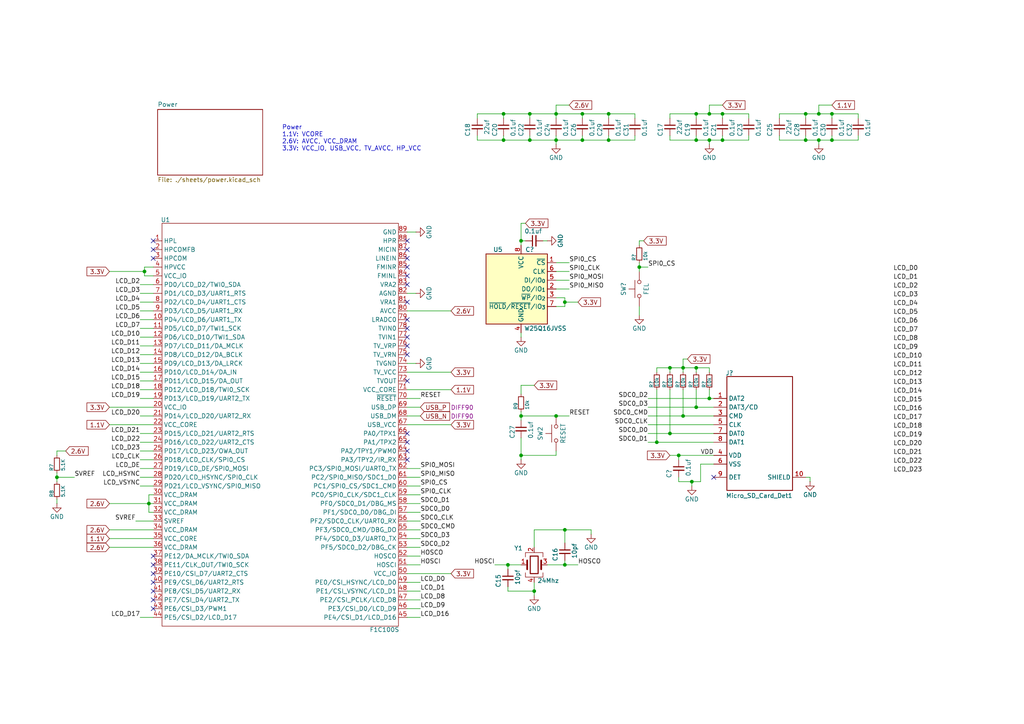
<source format=kicad_sch>
(kicad_sch (version 20250114) (generator "eeschema") (generator_version "9.0")
  (paper "A4")
  (title_block (title "Dev Board F1C100s") (date "2025-07-13") (rev "2.0") (company "ssDhp"))
  (lib_symbols
    (symbol "Device:C_Small" (pin_numbers (hide yes)) (pin_names (offset 0.254) (hide yes))
      (property "Reference" "C" (at 0.254 1.778 0))
      (property "Value" "C_Small" (at 0.254 -2.032 0))
      (symbol "C_Small_0_1"
        (polyline (pts (xy -1.524 0.508) (xy 1.524 0.508)) (stroke (width 0.3048)))
        (polyline (pts (xy -1.524 -0.508) (xy 1.524 -0.508)) (stroke (width 0.3302)))
      )
      (symbol "C_Small_1_1"
        (pin passive line (at 0 2.54 270) (length 2.032) (name "~") (number "1"))
        (pin passive line (at 0 -2.54 90) (length 2.032) (name "~") (number "2"))
      )
    )
    (symbol "Device:Crystal_GND24" (pin_names (offset 1.016) (hide yes))
      (property "Reference" "Y" (at 3.175 5.08 0))
      (property "Value" "Crystal_GND24" (at 3.175 3.175 0))
      (symbol "Crystal_GND24_0_1"
        (polyline (pts (xy -2.54 2.286) (xy -2.54 3.556) (xy 2.54 3.556) (xy 2.54 2.286)))
        (polyline (pts (xy -2.54 0) (xy -2.032 0)))
        (polyline (pts (xy -2.54 -2.286) (xy -2.54 -3.556) (xy 2.54 -3.556) (xy 2.54 -2.286)))
        (polyline (pts (xy -2.032 -1.27) (xy -2.032 1.27)) (stroke (width 0.508)))
        (rectangle (start -1.143 2.54) (end 1.143 -2.54) (stroke (width 0.3048)))
        (polyline (pts (xy 0 3.556) (xy 0 3.81)))
        (polyline (pts (xy 0 -3.81) (xy 0 -3.556)))
        (polyline (pts (xy 2.032 0) (xy 2.54 0)))
        (polyline (pts (xy 2.032 -1.27) (xy 2.032 1.27)) (stroke (width 0.508)))
      )
      (symbol "Crystal_GND24_1_1"
        (pin passive line (at -3.81 0 0) (length 1.27) (name "1") (number "1"))
        (pin passive line (at 0 5.08 270) (length 1.27) (name "2") (number "2"))
        (pin passive line (at 0 -5.08 90) (length 1.27) (name "4") (number "4"))
        (pin passive line (at 3.81 0 180) (length 1.27) (name "3") (number "3"))
      )
    )
    (symbol "Device:R_Small" (pin_numbers (hide yes)) (pin_names (offset 0.254) (hide yes))
      (property "Reference" "R" (at 0 0 90))
      (property "Value" "R_Small" (at 1.778 0 90))
      (symbol "R_Small_0_1"
        (rectangle (start -0.762 1.778) (end 0.762 -1.778) (stroke (width 0.2032)))
      )
      (symbol "R_Small_1_1"
        (pin passive line (at 0 2.54 270) (length 0.762) (name "~") (number "1"))
        (pin passive line (at 0 -2.54 90) (length 0.762) (name "~") (number "2"))
      )
    )
    (symbol "F1C100s:F1C100S"
      (property "Reference" "U" (at 0.508 117.856 0))
      (property "Value" "F1C100S" (at 64.262 -1.016 0))
      (symbol "F1C100S_0_0"
        (pin unspecified line (at 71.12 45.72 180) (length 2.54) (name "PC3/SPI0_MOSI/UART0_TX") (number "62"))
        (pin unspecified line (at 71.12 43.18 180) (length 2.54) (name "PC2/SPI0_MISO/SDC1_D0") (number "61"))
        (pin unspecified line (at 71.12 40.64 180) (length 2.54) (name "PC1/SPI0_CS/SDC1_CMD") (number "60"))
        (pin unspecified line (at 71.12 38.1 180) (length 2.54) (name "PC0/SPI0_CLK/SDC1_CLK") (number "59"))
      )
      (symbol "F1C100S_0_1"
        (rectangle (start 0 116.84) (end 68.58 0))
      )
      (symbol "F1C100S_1_0"
        (pin unspecified line (at -2.54 111.76 0) (length 2.54) (name "HPL") (number "1"))
        (pin unspecified line (at -2.54 109.22 0) (length 2.54) (name "HPCOMFB") (number "2"))
        (pin power_in line (at -2.54 106.68 0) (length 2.54) (name "HPCOM") (number "3"))
        (pin power_in line (at -2.54 104.14 0) (length 2.54) (name "HPVCC") (number "4"))
        (pin power_in line (at 71.12 114.3 180) (length 2.54) (name "GND") (number "89"))
        (pin unspecified line (at 71.12 63.5 180) (length 2.54) (name "USB_DP") (number "69"))
        (pin unspecified line (at 71.12 60.96 180) (length 2.54) (name "USB_DM") (number "68"))
        (pin power_in line (at 71.12 58.42 180) (length 2.54) (name "USB_VCC") (number "67"))
      )
      (symbol "F1C100S_1_1"
        (pin power_in line (at -2.54 101.6 0) (length 2.54) (name "VCC_IO") (number "5"))
        (pin unspecified line (at -2.54 99.06 0) (length 2.54) (name "PD0/LCD_D2/TWI0_SDA") (number "6"))
        (pin unspecified line (at -2.54 96.52 0) (length 2.54) (name "PD1/LCD_D3/UART1_RTS") (number "7"))
        (pin unspecified line (at -2.54 93.98 0) (length 2.54) (name "PD2/LCD_D4/UART1_CTS") (number "8"))
        (pin unspecified line (at -2.54 91.44 0) (length 2.54) (name "PD3/LCD_D5/UART1_RX") (number "9"))
        (pin unspecified line (at -2.54 88.9 0) (length 2.54) (name "PD4/LCD_D6/UART1_TX") (number "10"))
        (pin unspecified line (at -2.54 86.36 0) (length 2.54) (name "PD5/LCD_D7/TWI1_SCK") (number "11"))
        (pin unspecified line (at -2.54 83.82 0) (length 2.54) (name "PD6/LCD_D10/TWI1_SDA") (number "12"))
        (pin unspecified line (at -2.54 81.28 0) (length 2.54) (name "PD7/LCD_D11/DA_MCLK") (number "13"))
        (pin unspecified line (at -2.54 78.74 0) (length 2.54) (name "PD8/LCD_D12/DA_BCLK") (number "14"))
        (pin unspecified line (at -2.54 76.2 0) (length 2.54) (name "PD9/LCD_D13/DA_LRCK") (number "15"))
        (pin unspecified line (at -2.54 73.66 0) (length 2.54) (name "PD10/LCD_D14/DA_IN") (number "16"))
        (pin unspecified line (at -2.54 71.12 0) (length 2.54) (name "PD11/LCD_D15/DA_OUT") (number "17"))
        (pin unspecified line (at -2.54 68.58 0) (length 2.54) (name "PD12/LCD_D18/TWI0_SCK") (number "18"))
        (pin unspecified line (at -2.54 66.04 0) (length 2.54) (name "PD13/LCD_D19/UART2_TX") (number "19"))
        (pin power_in line (at -2.54 63.5 0) (length 2.54) (name "VCC_IO") (number "20"))
        (pin unspecified line (at -2.54 60.96 0) (length 2.54) (name "PD14/LCD_D20/UART2_RX") (number "21"))
        (pin power_in line (at -2.54 58.42 0) (length 2.54) (name "VCC_CORE") (number "22"))
        (pin unspecified line (at -2.54 55.88 0) (length 2.54) (name "PD15/LCD_D21/UART2_RTS") (number "23"))
        (pin unspecified line (at -2.54 53.34 0) (length 2.54) (name "PD16/LCD_D22/UART2_CTS") (number "24"))
        (pin unspecified line (at -2.54 50.8 0) (length 2.54) (name "PD17/LCD_D23/OWA_OUT") (number "25"))
        (pin unspecified line (at -2.54 48.26 0) (length 2.54) (name "PD18/LCD_CLK/SPI0_CS") (number "26"))
        (pin unspecified line (at -2.54 45.72 0) (length 2.54) (name "PD19/LCD_DE/SPI0_MOSI") (number "27"))
        (pin unspecified line (at -2.54 43.18 0) (length 2.54) (name "PD20/LCD_HSYNC/SPI0_CLK") (number "28"))
        (pin unspecified line (at -2.54 40.64 0) (length 2.54) (name "PD21/LCD_VSYNC/SPI0_MISO") (number "29"))
        (pin power_in line (at -2.54 38.1 0) (length 2.54) (name "VCC_DRAM") (number "30"))
        (pin power_in line (at -2.54 35.56 0) (length 2.54) (name "VCC_DRAM") (number "31"))
        (pin power_in line (at -2.54 33.02 0) (length 2.54) (name "VCC_DRAM") (number "32"))
        (pin input line (at -2.54 30.48 0) (length 2.54) (name "SVREF") (number "33"))
        (pin power_in line (at -2.54 27.94 0) (length 2.54) (name "VCC_DRAM") (number "34"))
        (pin power_in line (at -2.54 25.4 0) (length 2.54) (name "VCC_CORE") (number "35"))
        (pin power_in line (at -2.54 22.86 0) (length 2.54) (name "VCC_DRAM") (number "36"))
        (pin unspecified line (at -2.54 20.32 0) (length 2.54) (name "PE12/DA_MCLK/TWI0_SDA") (number "37"))
        (pin unspecified line (at -2.54 17.78 0) (length 2.54) (name "PE11/CLK_OUT/TWI0_SCK") (number "38"))
        (pin unspecified line (at -2.54 15.24 0) (length 2.54) (name "PE10/CSI_D7/UART2_CTS") (number "39"))
        (pin unspecified line (at -2.54 12.7 0) (length 2.54) (name "PE9/CSI_D6/UART2_RTS") (number "40"))
        (pin unspecified line (at -2.54 10.16 0) (length 2.54) (name "PE8/CSI_D5/UART2_RX") (number "41"))
        (pin unspecified line (at -2.54 7.62 0) (length 2.54) (name "PE7/CSI_D4/UART2_TX") (number "42"))
        (pin unspecified line (at -2.54 5.08 0) (length 2.54) (name "PE6/CSI_D3/PWM1") (number "43"))
        (pin unspecified line (at -2.54 2.54 0) (length 2.54) (name "PE5/CSI_D2/LCD_D17") (number "44"))
        (pin unspecified line (at 71.12 111.76 180) (length 2.54) (name "HPR") (number "88"))
        (pin unspecified line (at 71.12 109.22 180) (length 2.54) (name "MICIN") (number "87"))
        (pin unspecified line (at 71.12 106.68 180) (length 2.54) (name "LINEIN") (number "86"))
        (pin unspecified line (at 71.12 104.14 180) (length 2.54) (name "FMINR") (number "85"))
        (pin unspecified line (at 71.12 101.6 180) (length 2.54) (name "FMINL") (number "84"))
        (pin unspecified line (at 71.12 99.06 180) (length 2.54) (name "VRA2") (number "83"))
        (pin power_in line (at 71.12 96.52 180) (length 2.54) (name "AGND") (number "82"))
        (pin unspecified line (at 71.12 93.98 180) (length 2.54) (name "VRA1") (number "81"))
        (pin power_in line (at 71.12 91.44 180) (length 2.54) (name "AVCC") (number "80"))
        (pin unspecified line (at 71.12 88.9 180) (length 2.54) (name "LRADC0") (number "79"))
        (pin unspecified line (at 71.12 86.36 180) (length 2.54) (name "TVIN0") (number "78"))
        (pin unspecified line (at 71.12 83.82 180) (length 2.54) (name "TVIN1") (number "77"))
        (pin unspecified line (at 71.12 81.28 180) (length 2.54) (name "TV_VRP") (number "76"))
        (pin unspecified line (at 71.12 78.74 180) (length 2.54) (name "TV_VRN") (number "75"))
        (pin power_in line (at 71.12 76.2 180) (length 2.54) (name "TVGND") (number "74"))
        (pin power_in line (at 71.12 73.66 180) (length 2.54) (name "TV_VCC") (number "73"))
        (pin unspecified line (at 71.12 71.12 180) (length 2.54) (name "TVOUT") (number "72"))
        (pin power_in line (at 71.12 68.58 180) (length 2.54) (name "VCC_CORE") (number "71"))
        (pin input line (at 71.12 66.04 180) (length 2.54) (name "~{RESET}") (number "70"))
        (pin unspecified line (at 71.12 55.88 180) (length 2.54) (name "PA0/TPX1") (number "66"))
        (pin unspecified line (at 71.12 53.34 180) (length 2.54) (name "PA1/TPX2") (number "65"))
        (pin unspecified line (at 71.12 50.8 180) (length 2.54) (name "PA2/TPY1/PWM0") (number "64"))
        (pin unspecified line (at 71.12 48.26 180) (length 2.54) (name "PA3/TPY2/IR_RX") (number "63"))
        (pin unspecified line (at 71.12 35.56 180) (length 2.54) (name "PF0/SDC0_D1/DBG_MS") (number "58"))
        (pin unspecified line (at 71.12 33.02 180) (length 2.54) (name "PF1/SDC0_D0/DBG_DI") (number "57"))
        (pin unspecified line (at 71.12 30.48 180) (length 2.54) (name "PF2/SDC0_CLK/UART0_RX") (number "56"))
        (pin unspecified line (at 71.12 27.94 180) (length 2.54) (name "PF3/SDC0_CMD/DBG_DO") (number "55"))
        (pin unspecified line (at 71.12 25.4 180) (length 2.54) (name "PF4/SDC0_D3/UART0_TX") (number "54"))
        (pin unspecified line (at 71.12 22.86 180) (length 2.54) (name "PF5/SDC0_D2/DBG_CK") (number "53"))
        (pin unspecified line (at 71.12 20.32 180) (length 2.54) (name "HOSCO") (number "52"))
        (pin unspecified line (at 71.12 17.78 180) (length 2.54) (name "HOSCI") (number "51"))
        (pin power_in line (at 71.12 15.24 180) (length 2.54) (name "VCC_IO") (number "50"))
        (pin unspecified line (at 71.12 12.7 180) (length 2.54) (name "PE0/CSI_HSYNC/LCD_D0") (number "49"))
        (pin unspecified line (at 71.12 10.16 180) (length 2.54) (name "PE1/CSI_VSYNC/LCD_D1") (number "48"))
        (pin unspecified line (at 71.12 7.62 180) (length 2.54) (name "PE2/CSI_PCLK/LCD_D8") (number "47"))
        (pin unspecified line (at 71.12 5.08 180) (length 2.54) (name "PE3/CSI_D0/LCD_D9") (number "46"))
        (pin unspecified line (at 71.12 2.54 180) (length 2.54) (name "PE4/CSI_D1/LCD_D16") (number "45"))
      )
    )
    (symbol "Memory_Flash:W25Q16JVSS"
      (property "Reference" "U" (at -6.35 11.43 0))
      (property "Value" "W25Q16JVSS" (at 7.62 11.43 0))
      (symbol "W25Q16JVSS_0_1"
        (rectangle (start -7.62 10.16) (end 10.16 -10.16) (stroke (width 0.254)) (fill (type background)))
      )
      (symbol "W25Q16JVSS_1_1"
        (pin input line (at -10.16 7.62 0) (length 2.54) (name "~{CS}") (number "1"))
        (pin input line (at -10.16 5.08 0) (length 2.54) (name "CLK") (number "6"))
        (pin bidirectional line (at -10.16 2.54 0) (length 2.54) (name "DI/IO_{0}") (number "5"))
        (pin bidirectional line (at -10.16 0 0) (length 2.54) (name "DO/IO_{1}") (number "2"))
        (pin bidirectional line (at -10.16 -2.54 0) (length 2.54) (name "~{WP}/IO_{2}") (number "3"))
        (pin bidirectional line (at -10.16 -5.08 0) (length 2.54) (name "~{HOLD}/~{RESET}/IO_{3}") (number "7"))
        (pin power_in line (at 0 12.7 270) (length 2.54) (name "VCC") (number "8"))
        (pin power_in line (at 0 -12.7 90) (length 2.54) (name "GND") (number "4"))
      )
    )
    (symbol "Switch:SW_Push" (pin_numbers (hide yes)) (pin_names (offset 1.016) (hide yes))
      (property "Reference" "SW" (at 1.27 2.54 0))
      (property "Value" "SW_Push" (at 0 -1.524 0))
      (symbol "SW_Push_0_1"
        (circle (center -2.032 0) (radius 0.508))
        (polyline (pts (xy 0 1.27) (xy 0 3.048)))
        (circle (center 2.032 0) (radius 0.508))
        (polyline (pts (xy 2.54 1.27) (xy -2.54 1.27)))
        (pin passive line (at -5.08 0 0) (length 2.54) (name "1") (number "1"))
        (pin passive line (at 5.08 0 180) (length 2.54) (name "2") (number "2"))
      )
    )
    (symbol "power:GND" (power) (pin_numbers (hide yes)) (pin_names (offset 0) (hide yes))
      (property "Value" "GND" (at 0 -3.81 0))
      (symbol "GND_0_1"
        (polyline (pts (xy 0 0) (xy 0 -1.27) (xy 1.27 -1.27) (xy 0 -2.54) (xy -1.27 -1.27) (xy 0 -1.27)))
      )
      (symbol "GND_1_1"
        (pin power_in line (at 0 0 270) (length 0) (name "~") (number "1"))
      )
    )
    (symbol "sd_card:Micro_SD_Card_Det1"
      (property "Reference" "J107" (at 2.286 34.036 0))
      (property "Value" "Micro_SD_Card_Det1" (at 10.16 -1.27 0))
      (symbol "Micro_SD_Card_Det1_0_1"
        (polyline (pts (xy 0 33.02) (xy 0 0) (xy 19.05 0) (xy 19.05 33.02) (xy 0 33.02)) (stroke (width 0.254)))
      )
      (symbol "Micro_SD_Card_Det1_1_1"
        (pin bidirectional line (at -3.81 26.67 0) (length 3.81) (name "DAT2") (number "1"))
        (pin bidirectional line (at -3.81 24.13 0) (length 3.81) (name "DAT3/CD") (number "2"))
        (pin input line (at -3.81 21.59 0) (length 3.81) (name "CMD") (number "3"))
        (pin input line (at -3.81 19.05 0) (length 3.81) (name "CLK") (number "5"))
        (pin bidirectional line (at -3.81 16.51 0) (length 3.81) (name "DAT0") (number "7"))
        (pin bidirectional line (at -3.81 13.97 0) (length 3.81) (name "DAT1") (number "8"))
        (pin power_in line (at -3.81 10.16 0) (length 3.81) (name "VDD") (number "4"))
        (pin power_in line (at -3.81 7.62 0) (length 3.81) (name "VSS") (number "6"))
        (pin passive line (at -3.81 3.81 0) (length 3.81) (name "DET") (number "9"))
        (pin passive line (at 22.86 3.81 180) (length 3.81) (name "SHIELD") (number "10"))
      )
    )
  )
  (text "Power\n1.1V: VCORE\n2.6V: AVCC, VCC_DRAM\n3.3V: VCC_IO, USB_VCC, TV_AVCC, HP_VCC" (at 81.788 40.132 0) (effects (font (size 1.27 1.27)) (justify left)))
  (junction (at 16.51 138.43))
  (junction (at 233.68 40.64))
  (junction (at 194.31 125.73))
  (junction (at 198.12 106.68))
  (junction (at 41.91 78.74))
  (junction (at 153.67 40.64))
  (junction (at 161.29 33.02))
  (junction (at 163.83 163.83))
  (junction (at 237.49 33.02))
  (junction (at 241.3 40.64))
  (junction (at 233.68 33.02))
  (junction (at 205.74 33.02))
  (junction (at 168.91 33.02))
  (junction (at 237.49 40.64))
  (junction (at 151.13 132.08))
  (junction (at 190.5 128.27))
  (junction (at 151.13 120.65))
  (junction (at 151.13 69.85))
  (junction (at 205.74 115.57))
  (junction (at 153.67 33.02))
  (junction (at 200.66 139.7))
  (junction (at 154.94 171.45))
  (junction (at 176.53 33.02))
  (junction (at 147.32 163.83))
  (junction (at 168.91 40.64))
  (junction (at 43.18 146.05))
  (junction (at 198.12 120.65))
  (junction (at 163.83 153.67))
  (junction (at 201.93 33.02))
  (junction (at 201.93 40.64))
  (junction (at 209.55 33.02))
  (junction (at 241.3 33.02))
  (junction (at 201.93 118.11))
  (junction (at 161.29 120.65))
  (junction (at 146.05 40.64))
  (junction (at 196.85 132.08))
  (junction (at 185.42 77.47))
  (junction (at 176.53 40.64))
  (junction (at 194.31 106.68))
  (junction (at 209.55 40.64))
  (junction (at 205.74 40.64))
  (junction (at 161.29 40.64))
  (junction (at 201.93 106.68))
  (junction (at 146.05 33.02))
  (junction (at 163.83 87.63))
  (no_connect (at 44.45 168.91))
  (no_connect (at 44.45 161.29))
  (no_connect (at 118.11 87.63))
  (no_connect (at 44.45 166.37))
  (no_connect (at 118.11 82.55))
  (no_connect (at 207.01 138.43))
  (no_connect (at 44.45 72.39))
  (no_connect (at 118.11 128.27))
  (no_connect (at 118.11 102.87))
  (no_connect (at 44.45 176.53))
  (no_connect (at 118.11 74.93))
  (no_connect (at 118.11 133.35))
  (no_connect (at 44.45 69.85))
  (no_connect (at 118.11 130.81))
  (no_connect (at 44.45 163.83))
  (no_connect (at 44.45 171.45))
  (no_connect (at 118.11 77.47))
  (no_connect (at 44.45 173.99))
  (no_connect (at 118.11 80.01))
  (no_connect (at 118.11 100.33))
  (no_connect (at 118.11 110.49))
  (no_connect (at 44.45 74.93))
  (no_connect (at 118.11 92.71))
  (no_connect (at 118.11 97.79))
  (no_connect (at 118.11 72.39))
  (no_connect (at 118.11 69.85))
  (no_connect (at 118.11 95.25))
  (no_connect (at 118.11 125.73))
  (wire (pts (xy 237.49 30.48) (xy 237.49 33.02)))
  (wire (pts (xy 138.43 39.37) (xy 138.43 40.64)))
  (wire (pts (xy 43.18 146.05) (xy 43.18 148.59)))
  (wire (pts (xy 203.2 134.62) (xy 207.01 134.62)))
  (wire (pts (xy 201.93 39.37) (xy 201.93 40.64)))
  (wire (pts (xy 118.11 135.89) (xy 121.92 135.89)))
  (wire (pts (xy 248.92 40.64) (xy 248.92 39.37)))
  (wire (pts (xy 118.11 153.67) (xy 121.92 153.67)))
  (wire (pts (xy 118.11 156.21) (xy 121.92 156.21)))
  (wire (pts (xy 190.5 128.27) (xy 187.96 128.27)))
  (wire (pts (xy 198.12 106.68) (xy 201.93 106.68)))
  (wire (pts (xy 176.53 33.02) (xy 184.15 33.02)))
  (wire (pts (xy 161.29 30.48) (xy 165.1 30.48)))
  (wire (pts (xy 201.93 33.02) (xy 201.93 34.29)))
  (wire (pts (xy 146.05 33.02) (xy 146.05 34.29)))
  (wire (pts (xy 16.51 144.78) (xy 16.51 146.05)))
  (wire (pts (xy 196.85 139.7) (xy 196.85 138.43)))
  (wire (pts (xy 118.11 85.09) (xy 120.65 85.09)))
  (wire (pts (xy 198.12 120.65) (xy 187.96 120.65)))
  (wire (pts (xy 138.43 34.29) (xy 138.43 33.02)))
  (wire (pts (xy 16.51 138.43) (xy 21.59 138.43)))
  (wire (pts (xy 41.91 80.01) (xy 44.45 80.01)))
  (wire (pts (xy 147.32 163.83) (xy 147.32 165.1)))
  (wire (pts (xy 44.45 107.95) (xy 40.64 107.95)))
  (wire (pts (xy 151.13 69.85) (xy 152.4 69.85)))
  (wire (pts (xy 233.68 40.64) (xy 237.49 40.64)))
  (wire (pts (xy 201.93 106.68) (xy 205.74 106.68)))
  (wire (pts (xy 151.13 119.38) (xy 151.13 120.65)))
  (wire (pts (xy 118.11 161.29) (xy 121.92 161.29)))
  (wire (pts (xy 201.93 113.03) (xy 201.93 118.11)))
  (wire (pts (xy 163.83 163.83) (xy 167.64 163.83)))
  (wire (pts (xy 44.45 102.87) (xy 40.64 102.87)))
  (wire (pts (xy 153.67 33.02) (xy 153.67 34.29)))
  (wire (pts (xy 151.13 96.52) (xy 151.13 97.79)))
  (wire (pts (xy 44.45 85.09) (xy 40.64 85.09)))
  (wire (pts (xy 118.11 171.45) (xy 121.92 171.45)))
  (wire (pts (xy 154.94 168.91) (xy 154.94 171.45)))
  (wire (pts (xy 194.31 125.73) (xy 187.96 125.73)))
  (wire (pts (xy 248.92 33.02) (xy 248.92 34.29)))
  (wire (pts (xy 143.51 163.83) (xy 147.32 163.83)))
  (wire (pts (xy 44.45 92.71) (xy 40.64 92.71)))
  (wire (pts (xy 241.3 39.37) (xy 241.3 40.64)))
  (wire (pts (xy 234.95 138.43) (xy 234.95 139.7)))
  (wire (pts (xy 185.42 88.9) (xy 185.42 91.44)))
  (wire (pts (xy 153.67 40.64) (xy 161.29 40.64)))
  (wire (pts (xy 205.74 40.64) (xy 205.74 41.91)))
  (wire (pts (xy 201.93 118.11) (xy 187.96 118.11)))
  (wire (pts (xy 203.2 139.7) (xy 203.2 134.62)))
  (wire (pts (xy 118.11 105.41) (xy 120.65 105.41)))
  (wire (pts (xy 161.29 40.64) (xy 161.29 41.91)))
  (wire (pts (xy 190.5 106.68) (xy 194.31 106.68)))
  (wire (pts (xy 161.29 83.82) (xy 165.1 83.82)))
  (wire (pts (xy 161.29 130.81) (xy 161.29 132.08)))
  (wire (pts (xy 196.85 132.08) (xy 196.85 133.35)))
  (wire (pts (xy 201.93 106.68) (xy 201.93 107.95)))
  (wire (pts (xy 118.11 140.97) (xy 121.92 140.97)))
  (wire (pts (xy 163.83 153.67) (xy 163.83 157.48)))
  (wire (pts (xy 241.3 33.02) (xy 241.3 34.29)))
  (wire (pts (xy 185.42 69.85) (xy 185.42 71.12)))
  (wire (pts (xy 176.53 40.64) (xy 176.53 39.37)))
  (wire (pts (xy 44.45 151.13) (xy 39.37 151.13)))
  (wire (pts (xy 200.66 139.7) (xy 203.2 139.7)))
  (wire (pts (xy 233.68 39.37) (xy 233.68 40.64)))
  (wire (pts (xy 185.42 77.47) (xy 185.42 78.74)))
  (wire (pts (xy 176.53 40.64) (xy 184.15 40.64)))
  (wire (pts (xy 44.45 133.35) (xy 40.64 133.35)))
  (wire (pts (xy 44.45 143.51) (xy 43.18 143.51)))
  (wire (pts (xy 194.31 106.68) (xy 194.31 107.95)))
  (wire (pts (xy 194.31 132.08) (xy 196.85 132.08)))
  (wire (pts (xy 168.91 33.02) (xy 176.53 33.02)))
  (wire (pts (xy 226.06 40.64) (xy 233.68 40.64)))
  (wire (pts (xy 198.12 106.68) (xy 198.12 107.95)))
  (wire (pts (xy 151.13 111.76) (xy 154.94 111.76)))
  (wire (pts (xy 151.13 64.77) (xy 152.4 64.77)))
  (wire (pts (xy 237.49 33.02) (xy 241.3 33.02)))
  (wire (pts (xy 146.05 40.64) (xy 153.67 40.64)))
  (wire (pts (xy 209.55 40.64) (xy 217.17 40.64)))
  (wire (pts (xy 190.5 107.95) (xy 190.5 106.68)))
  (wire (pts (xy 41.91 78.74) (xy 41.91 80.01)))
  (wire (pts (xy 151.13 127) (xy 151.13 132.08)))
  (wire (pts (xy 226.06 33.02) (xy 233.68 33.02)))
  (wire (pts (xy 44.45 115.57) (xy 40.64 115.57)))
  (wire (pts (xy 168.91 33.02) (xy 168.91 34.29)))
  (wire (pts (xy 151.13 64.77) (xy 151.13 69.85)))
  (wire (pts (xy 154.94 158.75) (xy 154.94 153.67)))
  (wire (pts (xy 44.45 97.79) (xy 40.64 97.79)))
  (wire (pts (xy 161.29 78.74) (xy 165.1 78.74)))
  (wire (pts (xy 44.45 113.03) (xy 40.64 113.03)))
  (wire (pts (xy 44.45 82.55) (xy 40.64 82.55)))
  (wire (pts (xy 31.75 118.11) (xy 44.45 118.11)))
  (wire (pts (xy 161.29 33.02) (xy 168.91 33.02)))
  (wire (pts (xy 44.45 110.49) (xy 40.64 110.49)))
  (wire (pts (xy 237.49 40.64) (xy 237.49 41.91)))
  (wire (pts (xy 138.43 40.64) (xy 146.05 40.64)))
  (wire (pts (xy 44.45 138.43) (xy 40.64 138.43)))
  (wire (pts (xy 130.81 166.37) (xy 118.11 166.37)))
  (wire (pts (xy 194.31 33.02) (xy 201.93 33.02)))
  (wire (pts (xy 161.29 30.48) (xy 161.29 33.02)))
  (wire (pts (xy 205.74 30.48) (xy 205.74 33.02)))
  (wire (pts (xy 147.32 170.18) (xy 147.32 171.45)))
  (wire (pts (xy 151.13 69.85) (xy 151.13 71.12)))
  (wire (pts (xy 209.55 33.02) (xy 209.55 34.29)))
  (wire (pts (xy 151.13 132.08) (xy 161.29 132.08)))
  (wire (pts (xy 118.11 158.75) (xy 121.92 158.75)))
  (wire (pts (xy 184.15 33.02) (xy 184.15 34.29)))
  (wire (pts (xy 118.11 118.11) (xy 121.92 118.11)))
  (wire (pts (xy 198.12 113.03) (xy 198.12 120.65)))
  (wire (pts (xy 44.45 120.65) (xy 40.64 120.65)))
  (wire (pts (xy 31.75 123.19) (xy 44.45 123.19)))
  (wire (pts (xy 44.45 135.89) (xy 40.64 135.89)))
  (wire (pts (xy 161.29 40.64) (xy 168.91 40.64)))
  (wire (pts (xy 194.31 40.64) (xy 201.93 40.64)))
  (wire (pts (xy 171.45 153.67) (xy 171.45 154.94)))
  (wire (pts (xy 44.45 128.27) (xy 40.64 128.27)))
  (wire (pts (xy 168.91 39.37) (xy 168.91 40.64)))
  (wire (pts (xy 226.06 34.29) (xy 226.06 33.02)))
  (wire (pts (xy 205.74 30.48) (xy 209.55 30.48)))
  (wire (pts (xy 184.15 40.64) (xy 184.15 39.37)))
  (wire (pts (xy 205.74 113.03) (xy 205.74 115.57)))
  (wire (pts (xy 44.45 100.33) (xy 40.64 100.33)))
  (wire (pts (xy 44.45 95.25) (xy 40.64 95.25)))
  (wire (pts (xy 153.67 33.02) (xy 161.29 33.02)))
  (wire (pts (xy 161.29 81.28) (xy 165.1 81.28)))
  (wire (pts (xy 130.81 113.03) (xy 118.11 113.03)))
  (wire (pts (xy 43.18 148.59) (xy 44.45 148.59)))
  (wire (pts (xy 146.05 33.02) (xy 153.67 33.02)))
  (wire (pts (xy 226.06 39.37) (xy 226.06 40.64)))
  (wire (pts (xy 44.45 87.63) (xy 40.64 87.63)))
  (wire (pts (xy 205.74 40.64) (xy 209.55 40.64)))
  (wire (pts (xy 118.11 173.99) (xy 121.92 173.99)))
  (wire (pts (xy 165.1 120.65) (xy 161.29 120.65)))
  (wire (pts (xy 201.93 40.64) (xy 205.74 40.64)))
  (wire (pts (xy 41.91 77.47) (xy 41.91 78.74)))
  (wire (pts (xy 44.45 179.07) (xy 40.64 179.07)))
  (wire (pts (xy 163.83 87.63) (xy 163.83 88.9)))
  (wire (pts (xy 241.3 40.64) (xy 248.92 40.64)))
  (wire (pts (xy 43.18 146.05) (xy 44.45 146.05)))
  (wire (pts (xy 168.91 40.64) (xy 176.53 40.64)))
  (wire (pts (xy 16.51 132.08) (xy 16.51 130.81)))
  (wire (pts (xy 237.49 40.64) (xy 241.3 40.64)))
  (wire (pts (xy 185.42 76.2) (xy 185.42 77.47)))
  (wire (pts (xy 147.32 163.83) (xy 151.13 163.83)))
  (wire (pts (xy 207.01 118.11) (xy 201.93 118.11)))
  (wire (pts (xy 151.13 111.76) (xy 151.13 114.3)))
  (wire (pts (xy 161.29 33.02) (xy 161.29 34.29)))
  (wire (pts (xy 147.32 171.45) (xy 154.94 171.45)))
  (wire (pts (xy 151.13 132.08) (xy 151.13 133.35)))
  (wire (pts (xy 209.55 39.37) (xy 209.55 40.64)))
  (wire (pts (xy 118.11 120.65) (xy 121.92 120.65)))
  (wire (pts (xy 185.42 69.85) (xy 186.69 69.85)))
  (wire (pts (xy 44.45 125.73) (xy 40.64 125.73)))
  (wire (pts (xy 163.83 88.9) (xy 161.29 88.9)))
  (wire (pts (xy 16.51 130.81) (xy 19.05 130.81)))
  (wire (pts (xy 194.31 39.37) (xy 194.31 40.64)))
  (wire (pts (xy 154.94 153.67) (xy 163.83 153.67)))
  (wire (pts (xy 130.81 90.17) (xy 118.11 90.17)))
  (wire (pts (xy 138.43 33.02) (xy 146.05 33.02)))
  (wire (pts (xy 118.11 168.91) (xy 121.92 168.91)))
  (wire (pts (xy 185.42 77.47) (xy 187.96 77.47)))
  (wire (pts (xy 121.92 163.83) (xy 118.11 163.83)))
  (wire (pts (xy 163.83 153.67) (xy 171.45 153.67)))
  (wire (pts (xy 118.11 67.31) (xy 120.65 67.31)))
  (wire (pts (xy 31.75 146.05) (xy 43.18 146.05)))
  (wire (pts (xy 201.93 33.02) (xy 205.74 33.02)))
  (wire (pts (xy 118.11 138.43) (xy 121.92 138.43)))
  (wire (pts (xy 198.12 104.14) (xy 198.12 106.68)))
  (wire (pts (xy 205.74 115.57) (xy 187.96 115.57)))
  (wire (pts (xy 130.81 107.95) (xy 118.11 107.95)))
  (wire (pts (xy 233.68 33.02) (xy 237.49 33.02)))
  (wire (pts (xy 187.96 123.19) (xy 207.01 123.19)))
  (wire (pts (xy 234.95 138.43) (xy 233.68 138.43)))
  (wire (pts (xy 207.01 120.65) (xy 198.12 120.65)))
  (wire (pts (xy 16.51 138.43) (xy 16.51 139.7)))
  (wire (pts (xy 190.5 113.03) (xy 190.5 128.27)))
  (wire (pts (xy 31.75 156.21) (xy 44.45 156.21)))
  (wire (pts (xy 118.11 179.07) (xy 121.92 179.07)))
  (wire (pts (xy 207.01 115.57) (xy 205.74 115.57)))
  (wire (pts (xy 31.75 78.74) (xy 41.91 78.74)))
  (wire (pts (xy 205.74 33.02) (xy 209.55 33.02)))
  (wire (pts (xy 151.13 120.65) (xy 151.13 121.92)))
  (wire (pts (xy 161.29 76.2) (xy 165.1 76.2)))
  (wire (pts (xy 207.01 125.73) (xy 194.31 125.73)))
  (wire (pts (xy 31.75 158.75) (xy 44.45 158.75)))
  (wire (pts (xy 154.94 171.45) (xy 154.94 172.72)))
  (wire (pts (xy 118.11 151.13) (xy 121.92 151.13)))
  (wire (pts (xy 194.31 113.03) (xy 194.31 125.73)))
  (wire (pts (xy 118.11 143.51) (xy 121.92 143.51)))
  (wire (pts (xy 44.45 105.41) (xy 40.64 105.41)))
  (wire (pts (xy 157.48 69.85) (xy 158.75 69.85)))
  (wire (pts (xy 118.11 146.05) (xy 121.92 146.05)))
  (wire (pts (xy 31.75 153.67) (xy 44.45 153.67)))
  (wire (pts (xy 161.29 120.65) (xy 151.13 120.65)))
  (wire (pts (xy 118.11 115.57) (xy 121.92 115.57)))
  (wire (pts (xy 130.81 123.19) (xy 118.11 123.19)))
  (wire (pts (xy 44.45 90.17) (xy 40.64 90.17)))
  (wire (pts (xy 146.05 39.37) (xy 146.05 40.64)))
  (wire (pts (xy 196.85 139.7) (xy 200.66 139.7)))
  (wire (pts (xy 44.45 130.81) (xy 40.64 130.81)))
  (wire (pts (xy 200.66 140.97) (xy 200.66 139.7)))
  (wire (pts (xy 163.83 86.36) (xy 163.83 87.63)))
  (wire (pts (xy 176.53 33.02) (xy 176.53 34.29)))
  (wire (pts (xy 163.83 162.56) (xy 163.83 163.83)))
  (wire (pts (xy 241.3 33.02) (xy 248.92 33.02)))
  (wire (pts (xy 118.11 176.53) (xy 121.92 176.53)))
  (wire (pts (xy 198.12 104.14) (xy 199.39 104.14)))
  (wire (pts (xy 217.17 33.02) (xy 217.17 34.29)))
  (wire (pts (xy 207.01 128.27) (xy 190.5 128.27)))
  (wire (pts (xy 217.17 40.64) (xy 217.17 39.37)))
  (wire (pts (xy 194.31 106.68) (xy 198.12 106.68)))
  (wire (pts (xy 233.68 33.02) (xy 233.68 34.29)))
  (wire (pts (xy 41.91 77.47) (xy 44.45 77.47)))
  (wire (pts (xy 194.31 34.29) (xy 194.31 33.02)))
  (wire (pts (xy 209.55 33.02) (xy 217.17 33.02)))
  (wire (pts (xy 163.83 87.63) (xy 167.64 87.63)))
  (wire (pts (xy 196.85 132.08) (xy 207.01 132.08)))
  (wire (pts (xy 205.74 106.68) (xy 205.74 107.95)))
  (wire (pts (xy 43.18 143.51) (xy 43.18 146.05)))
  (wire (pts (xy 16.51 137.16) (xy 16.51 138.43)))
  (wire (pts (xy 158.75 163.83) (xy 163.83 163.83)))
  (wire (pts (xy 44.45 140.97) (xy 40.64 140.97)))
  (wire (pts (xy 161.29 86.36) (xy 163.83 86.36)))
  (wire (pts (xy 118.11 148.59) (xy 121.92 148.59)))
  (wire (pts (xy 237.49 30.48) (xy 241.3 30.48)))
  (wire (pts (xy 153.67 39.37) (xy 153.67 40.64)))
  (wire (pts (xy 161.29 39.37) (xy 161.29 40.64)))
  (label "LCD_D1" (at 259.08 81.28 0))
  (label "LCD_D14" (at 40.64 107.95 180))
  (label "LCD_VSYNC" (at 40.64 140.97 180))
  (label "LCD_D14" (at 259.08 114.3 0))
  (label "LCD_D13" (at 259.08 111.76 0))
  (label "LCD_D10" (at 40.64 97.79 180))
  (label "LCD_D19" (at 40.64 115.57 180))
  (label "SPI0_MOSI" (at 165.1 81.28 0))
  (label "HOSCO" (at 167.64 163.83 0))
  (label "HOSCO" (at 121.92 161.29 0))
  (label "LCD_D17" (at 259.08 121.92 0))
  (label "LCD_D11" (at 40.64 100.33 180))
  (label "LCD_D16" (at 121.92 179.07 0))
  (label "LCD_D22" (at 40.64 128.27 180))
  (label "LCD_D0" (at 259.08 78.74 0))
  (label "SDC0_CMD" (at 187.96 120.65 180))
  (label "LCD_D5" (at 40.64 90.17 180))
  (label "LCD_D12" (at 40.64 102.87 180))
  (label "LCD_D7" (at 40.64 95.25 180))
  (label "LCD_D8" (at 259.08 99.06 0))
  (label "LCD_D23" (at 40.64 130.81 180))
  (label "LCD_D8" (at 121.92 173.99 0))
  (label "LCD_D19" (at 259.08 127 0))
  (label "SDC0_CMD" (at 121.92 153.67 0))
  (label "LCD_D5" (at 259.08 91.44 0))
  (label "SPI0_MISO" (at 165.1 83.82 0))
  (label "LCD_D15" (at 40.64 110.49 180))
  (label "LCD_D22" (at 259.08 134.62 0))
  (label "LCD_D21" (at 40.64 125.73 180))
  (label "LCD_D18" (at 40.64 113.03 180))
  (label "SPI0_CLK" (at 121.92 143.51 0))
  (label "LCD_D0" (at 121.92 168.91 0))
  (label "RESET" (at 165.1 120.65 0))
  (label "LCD_D6" (at 40.64 92.71 180))
  (label "SDC0_CLK" (at 121.92 151.13 0))
  (label "SDC0_D0" (at 121.92 148.59 0))
  (label "LCD_D1" (at 121.92 171.45 0))
  (label "LCD_D3" (at 259.08 86.36 0))
  (label "SPI0_MOSI" (at 121.92 135.89 0))
  (label "LCD_D7" (at 259.08 96.52 0))
  (label "SDC0_D0" (at 187.96 125.73 180))
  (label "SDC0_CLK" (at 187.96 123.19 180))
  (label "LCD_D9" (at 121.92 176.53 0))
  (label "LCD_D10" (at 259.08 104.14 0))
  (label "LCD_D12" (at 259.08 109.22 0))
  (label "LCD_D4" (at 259.08 88.9 0))
  (label "SPI0_CLK" (at 165.1 78.74 0))
  (label "HOSCI" (at 143.51 163.83 180))
  (label "LCD_CLK" (at 40.64 133.35 180))
  (label "SPI0_CS" (at 121.92 140.97 0))
  (label "LCD_D13" (at 40.64 105.41 180))
  (label "SPI0_CS" (at 187.96 77.47 0))
  (label "SDC0_D1" (at 187.96 128.27 180))
  (label "LCD_DE" (at 40.64 135.89 180))
  (label "LCD_D18" (at 259.08 124.46 0))
  (label "LCD_D2" (at 40.64 82.55 180))
  (label "LCD_HSYNC" (at 40.64 138.43 180))
  (label "SDC0_D1" (at 121.92 146.05 0))
  (label "LCD_D20" (at 40.64 120.65 180))
  (label "LCD_D17" (at 40.64 179.07 180))
  (label "LCD_D11" (at 259.08 106.68 0))
  (label "LCD_D2" (at 259.08 83.82 0))
  (label "LCD_D15" (at 259.08 116.84 0))
  (label "SPI0_MISO" (at 121.92 138.43 0))
  (label "SDC0_D3" (at 187.96 118.11 180))
  (label "LCD_D20" (at 259.08 129.54 0))
  (label "LCD_D9" (at 259.08 101.6 0))
  (label "VDD" (at 203.2 132.08 0))
  (label "LCD_D4" (at 40.64 87.63 180))
  (label "LCD_D21" (at 259.08 132.08 0))
  (label "RESET" (at 121.92 115.57 0))
  (label "SVREF" (at 21.59 138.43 0))
  (label "SDC0_D3" (at 121.92 156.21 0))
  (label "SPI0_CS" (at 165.1 76.2 0))
  (label "SDC0_D2" (at 121.92 158.75 0))
  (label "HOSCI" (at 121.92 163.83 0))
  (label "SVREF" (at 39.37 151.13 180))
  (label "LCD_D6" (at 259.08 93.98 0))
  (label "SDC0_D2" (at 187.96 115.57 180))
  (label "LCD_D3" (at 40.64 85.09 180))
  (label "LCD_D16" (at 259.08 119.38 0))
  (label "LCD_D23" (at 259.08 137.16 0))
  (global_label "1.1V" (shape input) (at 241.3 30.48 0) (property "Intersheetrefs" "${INTERSHEET_REFS}" (effects (hide yes))))
  (global_label "3.3V" (shape input) (at 130.81 123.19 0) (property "Intersheetrefs" "${INTERSHEET_REFS}" (effects (hide yes))))
  (global_label "1.1V" (shape input) (at 31.75 123.19 180) (property "Intersheetrefs" "${INTERSHEET_REFS}" (effects (hide yes))))
  (global_label "3.3V" (shape input) (at 152.4 64.77 0) (property "Intersheetrefs" "${INTERSHEET_REFS}" (effects (hide yes))))
  (global_label "3.3V" (shape input) (at 130.81 166.37 0) (property "Intersheetrefs" "${INTERSHEET_REFS}" (effects (hide yes))))
  (global_label "3.3V" (shape input) (at 199.39 104.14 0) (property "Intersheetrefs" "${INTERSHEET_REFS}" (effects (hide yes))))
  (global_label "2.6V" (shape input) (at 165.1 30.48 0) (property "Intersheetrefs" "${INTERSHEET_REFS}" (effects (hide yes))))
  (global_label "1.1V" (shape input) (at 31.75 156.21 180) (property "Intersheetrefs" "${INTERSHEET_REFS}" (effects (hide yes))))
  (global_label "USB_N" (shape input) (at 121.92 120.65 0) (property "Intersheetrefs" "${INTERSHEET_REFS}" (effects (hide yes))) (property "Netclass" "DIFF90" (at 129.286 120.65 0) (effects (justify left))))
  (global_label "3.3V" (shape input) (at 31.75 78.74 180) (property "Intersheetrefs" "${INTERSHEET_REFS}" (effects (hide yes))))
  (global_label "3.3V" (shape input) (at 154.94 111.76 0) (property "Intersheetrefs" "${INTERSHEET_REFS}" (effects (hide yes))))
  (global_label "2.6V" (shape input) (at 130.81 90.17 0) (property "Intersheetrefs" "${INTERSHEET_REFS}" (effects (hide yes))))
  (global_label "3.3V" (shape input) (at 186.69 69.85 0) (property "Intersheetrefs" "${INTERSHEET_REFS}" (effects (hide yes))))
  (global_label "2.6V" (shape input) (at 19.05 130.81 0) (property "Intersheetrefs" "${INTERSHEET_REFS}" (effects (hide yes))))
  (global_label "3.3V" (shape input) (at 167.64 87.63 0) (property "Intersheetrefs" "${INTERSHEET_REFS}" (effects (hide yes))))
  (global_label "3.3V" (shape input) (at 209.55 30.48 0) (property "Intersheetrefs" "${INTERSHEET_REFS}" (effects (hide yes))))
  (global_label "USB_P" (shape input) (at 121.92 118.11 0) (property "Intersheetrefs" "${INTERSHEET_REFS}" (effects (hide yes))) (property "Netclass" "DIFF90" (at 129.286 118.11 0) (effects (justify left))))
  (global_label "1.1V" (shape input) (at 130.81 113.03 0) (property "Intersheetrefs" "${INTERSHEET_REFS}" (effects (hide yes))))
  (global_label "2.6V" (shape input) (at 31.75 153.67 180) (property "Intersheetrefs" "${INTERSHEET_REFS}" (effects (hide yes))))
  (global_label "2.6V" (shape input) (at 31.75 158.75 180) (property "Intersheetrefs" "${INTERSHEET_REFS}" (effects (hide yes))))
  (global_label "3.3V" (shape input) (at 130.81 107.95 0) (property "Intersheetrefs" "${INTERSHEET_REFS}" (effects (hide yes))))
  (global_label "3.3V" (shape input) (at 194.31 132.08 180) (property "Intersheetrefs" "${INTERSHEET_REFS}" (effects (hide yes))))
  (global_label "3.3V" (shape input) (at 31.75 118.11 180) (property "Intersheetrefs" "${INTERSHEET_REFS}" (effects (hide yes))))
  (global_label "2.6V" (shape input) (at 31.75 146.05 180) (property "Intersheetrefs" "${INTERSHEET_REFS}" (effects (hide yes))))
  (symbol (lib_id "sd_card:Micro_SD_Card_Det1") (at 210.82 142.24 0) (unit 1)
    (property "Reference" "J?" (at 211.582 108.204 0))
    (property "Value" "Micro_SD_Card_Det1" (at 220.218 143.764 0))
    (property "Datasheet" "https://datasheet.lcsc.com/lcsc/2110151630_XKB-Connectivity-XKTF-015-N_C381082.pdf" (effects (hide yes)))
    (property "Description" "Micro SD Card Socket with one card detection pin" (effects (hide yes)))
  )
  (symbol (lib_id "power:GND") (at 237.49 41.91 0) (unit 1)
    (property "Reference" "#PWR018" (effects (hide yes)))
    (property "Value" "GND" (at 237.49 45.72 0))
    (property "Description" "Power symbol creates a global label with name \"GND\" , ground" (effects (hide yes)))
  )
  (symbol (lib_id "Device:C_Small") (at 168.91 36.83 0) (unit 1)
    (property "Reference" "C26" (at 166.37 39.624 90) (effects (justify left)))
    (property "Value" "0.1uf" (at 171.704 39.624 90) (effects (justify left)))
    (property "Footprint" "Capacitor_SMD:C_0603_1608Metric_Pad1.08x0.95mm_HandSolder" (effects (hide yes)))
    (property "Description" "Unpolarized capacitor, small symbol" (effects (hide yes)))
  )
  (symbol (lib_id "Device:C_Small") (at 233.68 36.83 0) (unit 1)
    (property "Reference" "C28" (at 231.14 39.624 90) (effects (justify left)))
    (property "Value" "0.1uf" (at 236.474 39.624 90) (effects (justify left)))
    (property "Footprint" "Capacitor_SMD:C_0603_1608Metric_Pad1.08x0.95mm_HandSolder" (effects (hide yes)))
    (property "Description" "Unpolarized capacitor, small symbol" (effects (hide yes)))
  )
  (symbol (lib_id "Device:C_Small") (at 196.85 135.89 0) (unit 1)
    (property "Reference" "C?" (at 194.056 138.684 90) (effects (justify left)))
    (property "Value" "0.1uf" (at 199.644 138.176 90) (effects (justify left)))
    (property "Footprint" "Capacitor_SMD:C_0603_1608Metric_Pad1.08x0.95mm_HandSolder" (effects (hide yes)))
    (property "Description" "Unpolarized capacitor, small symbol" (effects (hide yes)))
  )
  (symbol (lib_id "Device:R_Small") (at 16.51 142.24 0) (unit 1)
    (property "Reference" "R8" (at 14.986 144.272 90) (effects (font (size 1.016 1.016)) (justify left)))
    (property "Value" "5.1K" (at 18.288 144.272 90) (effects (font (size 1 1)) (justify left)))
    (property "Footprint" "Resistor_SMD:R_0603_1608Metric_Pad0.98x0.95mm_HandSolder" (effects (hide yes)))
    (property "Description" "Resistor, small symbol" (effects (hide yes)))
  )
  (symbol (lib_id "Device:C_Small") (at 194.31 36.83 0) (unit 1)
    (property "Reference" "C17" (at 191.516 39.624 90) (effects (justify left)))
    (property "Value" "22uf" (at 197.104 39.116 90) (effects (justify left)))
    (property "Footprint" "Capacitor_SMD:C_0603_1608Metric_Pad1.08x0.95mm_HandSolder" (effects (hide yes)))
    (property "Description" "Unpolarized capacitor, small symbol" (effects (hide yes)))
  )
  (symbol (lib_id "Device:R_Small") (at 185.42 73.66 0) (unit 1)
    (property "Reference" "R?" (at 183.896 75.692 90) (effects (font (size 1.016 1.016)) (justify left)))
    (property "Value" "10k" (at 187.198 75.692 90) (effects (font (size 1 1)) (justify left)))
    (property "Footprint" "Resistor_SMD:R_0603_1608Metric_Pad0.98x0.95mm_HandSolder" (effects (hide yes)))
    (property "Description" "Resistor, small symbol" (effects (hide yes)))
  )
  (symbol (lib_id "power:GND") (at 120.65 105.41 90) (unit 1)
    (property "Reference" "#PWR021" (effects (hide yes)))
    (property "Value" "GND" (at 124.46 105.41 0))
    (property "Description" "Power symbol creates a global label with name \"GND\" , ground" (effects (hide yes)))
  )
  (symbol (lib_id "Device:C_Small") (at 146.05 36.83 0) (unit 1)
    (property "Reference" "C20" (at 143.51 39.624 90) (effects (justify left)))
    (property "Value" "0.1uf" (at 148.844 39.624 90) (effects (justify left)))
    (property "Footprint" "Capacitor_SMD:C_0603_1608Metric_Pad1.08x0.95mm_HandSolder" (effects (hide yes)))
    (property "Description" "Unpolarized capacitor, small symbol" (effects (hide yes)))
  )
  (symbol (lib_id "power:GND") (at 16.51 146.05 0) (unit 1)
    (property "Reference" "#PWR013" (effects (hide yes)))
    (property "Value" "GND" (at 16.51 149.86 0))
    (property "Description" "Power symbol creates a global label with name \"GND\" , ground" (effects (hide yes)))
  )
  (symbol (lib_id "Device:C_Small") (at 217.17 36.83 0) (unit 1)
    (property "Reference" "C23" (at 214.63 39.624 90) (effects (justify left)))
    (property "Value" "0.1uf" (at 219.964 39.624 90) (effects (justify left)))
    (property "Footprint" "Capacitor_SMD:C_0603_1608Metric_Pad1.08x0.95mm_HandSolder" (effects (hide yes)))
    (property "Description" "Unpolarized capacitor, small symbol" (effects (hide yes)))
  )
  (symbol (lib_id "Device:C_Small") (at 248.92 36.83 0) (unit 1)
    (property "Reference" "C32" (at 246.38 39.624 90) (effects (justify left)))
    (property "Value" "0.1uf" (at 251.714 39.624 90) (effects (justify left)))
    (property "Footprint" "Capacitor_SMD:C_0603_1608Metric_Pad1.08x0.95mm_HandSolder" (effects (hide yes)))
    (property "Description" "Unpolarized capacitor, small symbol" (effects (hide yes)))
  )
  (symbol (lib_id "Device:C_Small") (at 163.83 160.02 0) (unit 1)
    (property "Reference" "C16" (at 161.036 162.814 90) (effects (justify left)))
    (property "Value" "10pf" (at 166.624 162.052 90) (effects (justify left)))
    (property "Footprint" "Capacitor_SMD:C_0603_1608Metric_Pad1.08x0.95mm_HandSolder" (effects (hide yes)))
    (property "Description" "Unpolarized capacitor, small symbol" (effects (hide yes)))
  )
  (symbol (lib_id "Switch:SW_Push") (at 161.29 125.73 90) (unit 1)
    (property "Reference" "SW2" (at 156.718 125.73 0))
    (property "Value" "RESET" (at 163.322 125.73 0))
    (property "Footprint" "Button_Switch_SMD:SW_SPST_CK_RS282G05A3" (effects (hide yes)))
    (property "Description" "Push button switch, generic, two pins" (effects (hide yes)))
  )
  (symbol (lib_id "power:GND") (at 151.13 133.35 0) (unit 1)
    (property "Reference" "#PWR017" (effects (hide yes)))
    (property "Value" "GND" (at 151.13 137.16 0))
    (property "Description" "Power symbol creates a global label with name \"GND\" , ground" (effects (hide yes)))
  )
  (symbol (lib_id "Device:Crystal_GND24") (at 154.94 163.83 0) (unit 1)
    (property "Reference" "Y1" (at 150.368 159.004 0))
    (property "Value" "24Mhz" (at 159.004 168.402 0))
    (property "Footprint" "Crystal:Crystal_SMD_3225-4Pin_3.2x2.5mm_HandSoldering" (effects (hide yes)))
    (property "Description" "Four pin crystal, GND on pins 2 and 4" (effects (hide yes)))
  )
  (symbol (lib_id "power:GND") (at 120.65 85.09 90) (unit 1)
    (property "Reference" "#PWR020" (effects (hide yes)))
    (property "Value" "GND" (at 124.46 85.09 0))
    (property "Description" "Power symbol creates a global label with name \"GND\" , ground" (effects (hide yes)))
  )
  (symbol (lib_id "power:GND") (at 158.75 69.85 90) (mirror x) (unit 1)
    (property "Reference" "#PWR026" (effects (hide yes)))
    (property "Value" "GND" (at 162.56 69.85 0))
    (property "Description" "Power symbol creates a global label with name \"GND\" , ground" (effects (hide yes)))
  )
  (symbol (lib_id "Device:C_Small") (at 153.67 36.83 0) (unit 1)
    (property "Reference" "C22" (at 151.13 39.624 90) (effects (justify left)))
    (property "Value" "0.1uf" (at 156.464 39.624 90) (effects (justify left)))
    (property "Footprint" "Capacitor_SMD:C_0603_1608Metric_Pad1.08x0.95mm_HandSolder" (effects (hide yes)))
    (property "Description" "Unpolarized capacitor, small symbol" (effects (hide yes)))
  )
  (symbol (lib_id "Device:C_Small") (at 226.06 36.83 0) (unit 1)
    (property "Reference" "C25" (at 223.266 39.624 90) (effects (justify left)))
    (property "Value" "22uf" (at 228.854 39.116 90) (effects (justify left)))
    (property "Footprint" "Capacitor_SMD:C_0603_1608Metric_Pad1.08x0.95mm_HandSolder" (effects (hide yes)))
    (property "Description" "Unpolarized capacitor, small symbol" (effects (hide yes)))
  )
  (symbol (lib_id "Device:R_Small") (at 201.93 110.49 0) (mirror y) (unit 1)
    (property "Reference" "R?" (at 200.406 112.522 90) (effects (font (size 1.016 1.016)) (justify left)))
    (property "Value" "10k" (at 201.93 112.268 90) (effects (font (size 1 1)) (justify left)))
    (property "Footprint" "Resistor_SMD:R_0603_1608Metric_Pad0.98x0.95mm_HandSolder" (effects (hide yes)))
    (property "Description" "Resistor, small symbol" (effects (hide yes)))
  )
  (symbol (lib_id "power:GND") (at 151.13 97.79 0) (unit 1)
    (property "Reference" "#PWR010" (effects (hide yes)))
    (property "Value" "GND" (at 151.13 101.6 0))
    (property "Description" "Power symbol creates a global label with name \"GND\" , ground" (effects (hide yes)))
  )
  (symbol (lib_id "Device:R_Small") (at 205.74 110.49 0) (mirror y) (unit 1)
    (property "Reference" "R?" (at 204.216 112.522 90) (effects (font (size 1.016 1.016)) (justify left)))
    (property "Value" "10k" (at 205.74 112.268 90) (effects (font (size 1 1)) (justify left)))
    (property "Footprint" "Resistor_SMD:R_0603_1608Metric_Pad0.98x0.95mm_HandSolder" (effects (hide yes)))
    (property "Description" "Resistor, small symbol" (effects (hide yes)))
  )
  (symbol (lib_id "Device:C_Small") (at 147.32 167.64 0) (unit 1)
    (property "Reference" "C15" (at 144.526 170.434 90) (effects (justify left)))
    (property "Value" "10pf" (at 150.114 169.672 90) (effects (justify left)))
    (property "Footprint" "Capacitor_SMD:C_0603_1608Metric_Pad1.08x0.95mm_HandSolder" (effects (hide yes)))
    (property "Description" "Unpolarized capacitor, small symbol" (effects (hide yes)))
  )
  (symbol (lib_id "Device:R_Small") (at 194.31 110.49 0) (mirror y) (unit 1)
    (property "Reference" "R?" (at 192.786 112.522 90) (effects (font (size 1.016 1.016)) (justify left)))
    (property "Value" "10k" (at 194.31 112.268 90) (effects (font (size 1 1)) (justify left)))
    (property "Footprint" "Resistor_SMD:R_0603_1608Metric_Pad0.98x0.95mm_HandSolder" (effects (hide yes)))
    (property "Description" "Resistor, small symbol" (effects (hide yes)))
  )
  (symbol (lib_id "Device:C_Small") (at 161.29 36.83 0) (unit 1)
    (property "Reference" "C24" (at 158.75 39.624 90) (effects (justify left)))
    (property "Value" "0.1uf" (at 164.084 39.624 90) (effects (justify left)))
    (property "Footprint" "Capacitor_SMD:C_0603_1608Metric_Pad1.08x0.95mm_HandSolder" (effects (hide yes)))
    (property "Description" "Unpolarized capacitor, small symbol" (effects (hide yes)))
  )
  (symbol (lib_id "power:GND") (at 205.74 41.91 0) (unit 1)
    (property "Reference" "#PWR015" (effects (hide yes)))
    (property "Value" "GND" (at 205.74 45.72 0))
    (property "Description" "Power symbol creates a global label with name \"GND\" , ground" (effects (hide yes)))
  )
  (symbol (lib_id "Device:C_Small") (at 154.94 69.85 90) (unit 1)
    (property "Reference" "C?" (at 154.94 72.39 90) (effects (justify left)))
    (property "Value" "0.1uf" (at 157.226 67.056 90) (effects (justify left)))
    (property "Footprint" "Capacitor_SMD:C_0603_1608Metric_Pad1.08x0.95mm_HandSolder" (effects (hide yes)))
    (property "Description" "Unpolarized capacitor, small symbol" (effects (hide yes)))
  )
  (symbol (lib_id "Device:C_Small") (at 184.15 36.83 0) (unit 1)
    (property "Reference" "C31" (at 181.61 39.624 90) (effects (justify left)))
    (property "Value" "0.1uf" (at 186.944 39.624 90) (effects (justify left)))
    (property "Footprint" "Capacitor_SMD:C_0603_1608Metric_Pad1.08x0.95mm_HandSolder" (effects (hide yes)))
    (property "Description" "Unpolarized capacitor, small symbol" (effects (hide yes)))
  )
  (symbol (lib_id "power:GND") (at 161.29 41.91 0) (unit 1)
    (property "Reference" "#PWR016" (effects (hide yes)))
    (property "Value" "GND" (at 161.29 45.72 0))
    (property "Description" "Power symbol creates a global label with name \"GND\" , ground" (effects (hide yes)))
  )
  (symbol (lib_id "power:GND") (at 185.42 91.44 0) (unit 1)
    (property "Reference" "#PWR019" (effects (hide yes)))
    (property "Value" "GND" (at 185.42 95.25 0))
    (property "Description" "Power symbol creates a global label with name \"GND\" , ground" (effects (hide yes)))
  )
  (symbol (lib_id "Device:R_Small") (at 16.51 134.62 0) (unit 1)
    (property "Reference" "R7" (at 14.986 136.652 90) (effects (font (size 1.016 1.016)) (justify left)))
    (property "Value" "5.1K" (at 18.288 136.652 90) (effects (font (size 1 1)) (justify left)))
    (property "Footprint" "Resistor_SMD:R_0603_1608Metric_Pad0.98x0.95mm_HandSolder" (effects (hide yes)))
    (property "Description" "Resistor, small symbol" (effects (hide yes)))
  )
  (symbol (lib_id "power:GND") (at 154.94 172.72 0) (unit 1)
    (property "Reference" "#PWR011" (effects (hide yes)))
    (property "Value" "GND" (at 154.94 176.53 0))
    (property "Description" "Power symbol creates a global label with name \"GND\" , ground" (effects (hide yes)))
  )
  (symbol (lib_id "Device:C_Small") (at 176.53 36.83 0) (unit 1)
    (property "Reference" "C29" (at 173.99 39.624 90) (effects (justify left)))
    (property "Value" "0.1uf" (at 179.324 39.624 90) (effects (justify left)))
    (property "Footprint" "Capacitor_SMD:C_0603_1608Metric_Pad1.08x0.95mm_HandSolder" (effects (hide yes)))
    (property "Description" "Unpolarized capacitor, small symbol" (effects (hide yes)))
  )
  (symbol (lib_id "Switch:SW_Push") (at 185.42 83.82 90) (unit 1)
    (property "Reference" "SW?" (at 180.848 83.82 0))
    (property "Value" "FEL" (at 187.452 83.82 0))
    (property "Footprint" "Button_Switch_SMD:SW_SPST_CK_RS282G05A3" (effects (hide yes)))
    (property "Description" "Push button switch, generic, two pins" (effects (hide yes)))
  )
  (symbol (lib_id "Device:R_Small") (at 190.5 110.49 0) (mirror y) (unit 1)
    (property "Reference" "R?" (at 188.976 112.522 90) (effects (font (size 1.016 1.016)) (justify left)))
    (property "Value" "10k" (at 190.5 112.268 90) (effects (font (size 1 1)) (justify left)))
    (property "Footprint" "Resistor_SMD:R_0603_1608Metric_Pad0.98x0.95mm_HandSolder" (effects (hide yes)))
    (property "Description" "Resistor, small symbol" (effects (hide yes)))
  )
  (symbol (lib_id "power:GND") (at 171.45 154.94 0) (unit 1)
    (property "Reference" "#PWR012" (effects (hide yes)))
    (property "Value" "GND" (at 171.45 158.75 0))
    (property "Description" "Power symbol creates a global label with name \"GND\" , ground" (effects (hide yes)))
  )
  (symbol (lib_id "Device:C_Small") (at 151.13 124.46 0) (unit 1)
    (property "Reference" "C27" (at 148.59 127.254 90) (effects (justify left)))
    (property "Value" "0.1uf" (at 153.924 127.254 90) (effects (justify left)))
    (property "Footprint" "Capacitor_SMD:C_0603_1608Metric_Pad1.08x0.95mm_HandSolder" (effects (hide yes)))
    (property "Description" "Unpolarized capacitor, small symbol" (effects (hide yes)))
  )
  (symbol (lib_id "power:GND") (at 234.95 139.7 0) (unit 1)
    (property "Reference" "#PWR023" (effects (hide yes)))
    (property "Value" "GND" (at 234.95 143.51 0))
    (property "Description" "Power symbol creates a global label with name \"GND\" , ground" (effects (hide yes)))
  )
  (symbol (lib_id "Device:R_Small") (at 198.12 110.49 0) (mirror y) (unit 1)
    (property "Reference" "R?" (at 196.596 112.522 90) (effects (font (size 1.016 1.016)) (justify left)))
    (property "Value" "10k" (at 198.12 112.268 90) (effects (font (size 1 1)) (justify left)))
    (property "Footprint" "Resistor_SMD:R_0603_1608Metric_Pad0.98x0.95mm_HandSolder" (effects (hide yes)))
    (property "Description" "Resistor, small symbol" (effects (hide yes)))
  )
  (symbol (lib_id "Device:C_Small") (at 201.93 36.83 0) (unit 1)
    (property "Reference" "C19" (at 199.39 39.624 90) (effects (justify left)))
    (property "Value" "0.1uf" (at 204.724 39.624 90) (effects (justify left)))
    (property "Footprint" "Capacitor_SMD:C_0603_1608Metric_Pad1.08x0.95mm_HandSolder" (effects (hide yes)))
    (property "Description" "Unpolarized capacitor, small symbol" (effects (hide yes)))
  )
  (symbol (lib_id "Device:R_Small") (at 151.13 116.84 0) (unit 1)
    (property "Reference" "R9" (at 149.606 118.872 90) (effects (font (size 1.016 1.016)) (justify left)))
    (property "Value" "10k" (at 152.908 118.872 90) (effects (font (size 1 1)) (justify left)))
    (property "Footprint" "Resistor_SMD:R_0603_1608Metric_Pad0.98x0.95mm_HandSolder" (effects (hide yes)))
    (property "Description" "Resistor, small symbol" (effects (hide yes)))
  )
  (symbol (lib_id "Device:C_Small") (at 138.43 36.83 0) (unit 1)
    (property "Reference" "C18" (at 135.636 39.624 90) (effects (justify left)))
    (property "Value" "22uf" (at 141.224 39.116 90) (effects (justify left)))
    (property "Footprint" "Capacitor_SMD:C_0603_1608Metric_Pad1.08x0.95mm_HandSolder" (effects (hide yes)))
    (property "Description" "Unpolarized capacitor, small symbol" (effects (hide yes)))
  )
  (symbol (lib_id "power:GND") (at 200.66 140.97 0) (mirror y) (unit 1)
    (property "Reference" "#PWR024" (effects (hide yes)))
    (property "Value" "GND" (at 200.66 144.78 0))
    (property "Description" "Power symbol creates a global label with name \"GND\" , ground" (effects (hide yes)))
  )
  (symbol (lib_id "Memory_Flash:W25Q16JVSS") (at 151.13 83.82 0) (mirror y) (unit 1)
    (property "Reference" "U5" (at 145.796 72.39 0) (effects (justify left)))
    (property "Value" "W25Q16JVSS" (at 164.338 95.25 0) (effects (justify left)))
    (property "Footprint" "Package_SO:SOIC-8_5.3x5.3mm_P1.27mm" (effects (hide yes)))
    (property "Datasheet" "https://www.winbond.com/hq/support/documentation/levelOne.jsp?__locale=en&DocNo=DA00-W25Q16JV.1" (effects (hide yes)))
    (property "Description" "16Mbit / 2MiB Serial Flash Memory, Standard/Dual/Quad SPI, 2.7-3.6V, SOIC-8 (208 mil)" (effects (hide yes)))
  )
  (symbol (lib_id "power:GND") (at 120.65 67.31 90) (unit 1)
    (property "Reference" "#PWR014" (effects (hide yes)))
    (property "Value" "GND" (at 124.46 67.31 0))
    (property "Description" "Power symbol creates a global label with name \"GND\" , ground" (effects (hide yes)))
  )
  (symbol (lib_id "Device:C_Small") (at 241.3 36.83 0) (unit 1)
    (property "Reference" "C30" (at 238.76 39.624 90) (effects (justify left)))
    (property "Value" "0.1uf" (at 244.094 39.624 90) (effects (justify left)))
    (property "Footprint" "Capacitor_SMD:C_0603_1608Metric_Pad1.08x0.95mm_HandSolder" (effects (hide yes)))
    (property "Description" "Unpolarized capacitor, small symbol" (effects (hide yes)))
  )
  (symbol (lib_id "F1C100s:F1C100S") (at 46.99 181.61 0) (unit 1)
    (property "Reference" "U1" (at 48.006 63.754 0))
    (property "Value" "F1C100S" (at 111.506 182.626 0))
  )
  (symbol (lib_id "Device:C_Small") (at 209.55 36.83 0) (unit 1)
    (property "Reference" "C21" (at 207.01 39.624 90) (effects (justify left)))
    (property "Value" "0.1uf" (at 212.344 39.624 90) (effects (justify left)))
    (property "Footprint" "Capacitor_SMD:C_0603_1608Metric_Pad1.08x0.95mm_HandSolder" (effects (hide yes)))
    (property "Description" "Unpolarized capacitor, small symbol" (effects (hide yes)))
  )
  (sheet (at 45.72 31.75) (size 30.48 19.05) (stroke (width 0.1524))
    (property "Sheetname" "Power" (at 45.72 31.0384 0) (effects (justify left bottom)))
    (property "Sheetfile" "./sheets/power.kicad_sch" (at 45.72 51.3846 0) (effects (justify left top)))
  )
)
</source>
